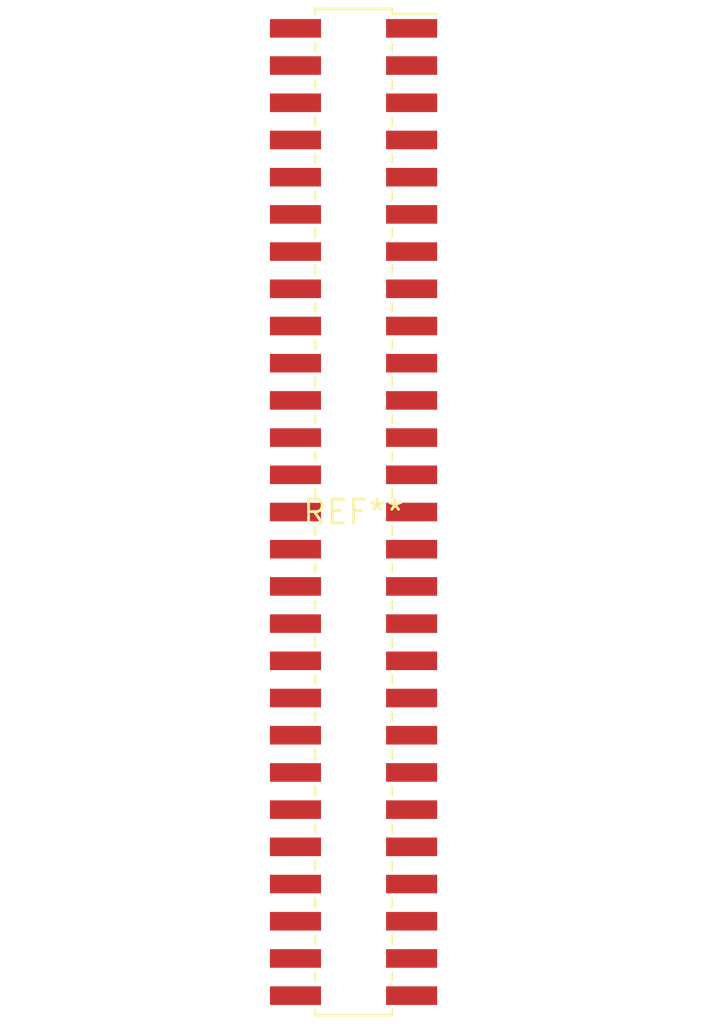
<source format=kicad_pcb>
(kicad_pcb (version 20240108) (generator pcbnew)
  (layers (0 "F.Cu" signal) (31 "B.Cu" signal) (34 "B.Paste" user) (35 "F.Paste" user) (36 "B.SilkS" user "B.Silkscreen") (37 "F.SilkS" user "F.Silkscreen") (38 "B.Mask" user) (39 "F.Mask" user) (44 "Edge.Cuts" user))
  (net 0 "")
  (footprint "PinSocket_2x27_P2.00mm_Vertical_SMD" (layer "F.Cu") (at 0 0)
    (property "Reference" "REF**")
    (property "Value" "PinSocket_2x27_P2.00mm_Vertical_SMD")
    (fp_line (start -2.06 -27.06) (end -2.06 -26.76) (layer "F.SilkS") (stroke (width 0.12)))
    (fp_line (start -2.06 -27.06) (end 2.06 -27.06) (layer "F.SilkS") (stroke (width 0.12)))
    (fp_line (start -2.06 -25.24) (end -2.06 -24.76) (layer "F.SilkS") (stroke (width 0.12)))
    (fp_line (start -2.06 -23.24) (end -2.06 -22.76) (layer "F.SilkS") (stroke (width 0.12)))
    (fp_line (start -2.06 -21.24) (end -2.06 -20.76) (layer "F.SilkS") (stroke (width 0.12)))
    (fp_line (start -2.06 -19.24) (end -2.06 -18.76) (layer "F.SilkS") (stroke (width 0.12)))
    (fp_line (start -2.06 -17.24) (end -2.06 -16.76) (layer "F.SilkS") (stroke (width 0.12)))
    (fp_line (start -2.06 -15.24) (end -2.06 -14.76) (layer "F.SilkS") (stroke (width 0.12)))
    (fp_line (start -2.06 -13.24) (end -2.06 -12.76) (layer "F.SilkS") (stroke (width 0.12)))
    (fp_line (start -2.06 -11.24) (end -2.06 -10.76) (layer "F.SilkS") (stroke (width 0.12)))
    (fp_line (start -2.06 -9.24) (end -2.06 -8.76) (layer "F.SilkS") (stroke (width 0.12)))
    (fp_line (start -2.06 -7.24) (end -2.06 -6.76) (layer "F.SilkS") (stroke (width 0.12)))
    (fp_line (start -2.06 -5.24) (end -2.06 -4.76) (layer "F.SilkS") (stroke (width 0.12)))
    (fp_line (start -2.06 -3.24) (end -2.06 -2.76) (layer "F.SilkS") (stroke (width 0.12)))
    (fp_line (start -2.06 -1.24) (end -2.06 -0.76) (layer "F.SilkS") (stroke (width 0.12)))
    (fp_line (start -2.06 0.76) (end -2.06 1.24) (layer "F.SilkS") (stroke (width 0.12)))
    (fp_line (start -2.06 2.76) (end -2.06 3.24) (layer "F.SilkS") (stroke (width 0.12)))
    (fp_line (start -2.06 4.76) (end -2.06 5.24) (layer "F.SilkS") (stroke (width 0.12)))
    (fp_line (start -2.06 6.76) (end -2.06 7.24) (layer "F.SilkS") (stroke (width 0.12)))
    (fp_line (start -2.06 8.76) (end -2.06 9.24) (layer "F.SilkS") (stroke (width 0.12)))
    (fp_line (start -2.06 10.76) (end -2.06 11.24) (layer "F.SilkS") (stroke (width 0.12)))
    (fp_line (start -2.06 12.76) (end -2.06 13.24) (layer "F.SilkS") (stroke (width 0.12)))
    (fp_line (start -2.06 14.76) (end -2.06 15.24) (layer "F.SilkS") (stroke (width 0.12)))
    (fp_line (start -2.06 16.76) (end -2.06 17.24) (layer "F.SilkS") (stroke (width 0.12)))
    (fp_line (start -2.06 18.76) (end -2.06 19.24) (layer "F.SilkS") (stroke (width 0.12)))
    (fp_line (start -2.06 20.76) (end -2.06 21.24) (layer "F.SilkS") (stroke (width 0.12)))
    (fp_line (start -2.06 22.76) (end -2.06 23.24) (layer "F.SilkS") (stroke (width 0.12)))
    (fp_line (start -2.06 24.76) (end -2.06 25.24) (layer "F.SilkS") (stroke (width 0.12)))
    (fp_line (start -2.06 26.76) (end -2.06 27.06) (layer "F.SilkS") (stroke (width 0.12)))
    (fp_line (start -2.06 27.06) (end 2.06 27.06) (layer "F.SilkS") (stroke (width 0.12)))
    (fp_line (start 2.06 -27.06) (end 2.06 -26.76) (layer "F.SilkS") (stroke (width 0.12)))
    (fp_line (start 2.06 -26.76) (end 4.44 -26.76) (layer "F.SilkS") (stroke (width 0.12)))
    (fp_line (start 2.06 -25.24) (end 2.06 -24.76) (layer "F.SilkS") (stroke (width 0.12)))
    (fp_line (start 2.06 -23.24) (end 2.06 -22.76) (layer "F.SilkS") (stroke (width 0.12)))
    (fp_line (start 2.06 -21.24) (end 2.06 -20.76) (layer "F.SilkS") (stroke (width 0.12)))
    (fp_line (start 2.06 -19.24) (end 2.06 -18.76) (layer "F.SilkS") (stroke (width 0.12)))
    (fp_line (start 2.06 -17.24) (end 2.06 -16.76) (layer "F.SilkS") (stroke (width 0.12)))
    (fp_line (start 2.06 -15.24) (end 2.06 -14.76) (layer "F.SilkS") (stroke (width 0.12)))
    (fp_line (start 2.06 -13.24) (end 2.06 -12.76) (layer "F.SilkS") (stroke (width 0.12)))
    (fp_line (start 2.06 -11.24) (end 2.06 -10.76) (layer "F.SilkS") (stroke (width 0.12)))
    (fp_line (start 2.06 -9.24) (end 2.06 -8.76) (layer "F.SilkS") (stroke (width 0.12)))
    (fp_line (start 2.06 -7.24) (end 2.06 -6.76) (layer "F.SilkS") (stroke (width 0.12)))
    (fp_line (start 2.06 -5.24) (end 2.06 -4.76) (layer "F.SilkS") (stroke (width 0.12)))
    (fp_line (start 2.06 -3.24) (end 2.06 -2.76) (layer "F.SilkS") (stroke (width 0.12)))
    (fp_line (start 2.06 -1.24) (end 2.06 -0.76) (layer "F.SilkS") (stroke (width 0.12)))
    (fp_line (start 2.06 0.76) (end 2.06 1.24) (layer "F.SilkS") (stroke (width 0.12)))
    (fp_line (start 2.06 2.76) (end 2.06 3.24) (layer "F.SilkS") (stroke (width 0.12)))
    (fp_line (start 2.06 4.76) (end 2.06 5.24) (layer "F.SilkS") (stroke (width 0.12)))
    (fp_line (start 2.06 6.76) (end 2.06 7.24) (layer "F.SilkS") (stroke (width 0.12)))
    (fp_line (start 2.06 8.76) (end 2.06 9.24) (layer "F.SilkS") (stroke (width 0.12)))
    (fp_line (start 2.06 10.76) (end 2.06 11.24) (layer "F.SilkS") (stroke (width 0.12)))
    (fp_line (start 2.06 12.76) (end 2.06 13.24) (layer "F.SilkS") (stroke (width 0.12)))
    (fp_line (start 2.06 14.76) (end 2.06 15.24) (layer "F.SilkS") (stroke (width 0.12)))
    (fp_line (start 2.06 16.76) (end 2.06 17.24) (layer "F.SilkS") (stroke (width 0.12)))
    (fp_line (start 2.06 18.76) (end 2.06 19.24) (layer "F.SilkS") (stroke (width 0.12)))
    (fp_line (start 2.06 20.76) (end 2.06 21.24) (layer "F.SilkS") (stroke (width 0.12)))
    (fp_line (start 2.06 22.76) (end 2.06 23.24) (layer "F.SilkS") (stroke (width 0.12)))
    (fp_line (start 2.06 24.76) (end 2.06 25.24) (layer "F.SilkS") (stroke (width 0.12)))
    (fp_line (start 2.06 26.76) (end 2.06 27.06) (layer "F.SilkS") (stroke (width 0.12)))
    (pad "1" smd rect (at 3.125 -26) (size 2.75 1) (layers "F.Cu" "F.Paste" "F.Mask"))
    (pad "2" smd rect (at -3.125 -26) (size 2.75 1) (layers "F.Cu" "F.Paste" "F.Mask"))
    (pad "3" smd rect (at 3.125 -24) (size 2.75 1) (layers "F.Cu" "F.Paste" "F.Mask"))
    (pad "4" smd rect (at -3.125 -24) (size 2.75 1) (layers "F.Cu" "F.Paste" "F.Mask"))
    (pad "5" smd rect (at 3.125 -22) (size 2.75 1) (layers "F.Cu" "F.Paste" "F.Mask"))
    (pad "6" smd rect (at -3.125 -22) (size 2.75 1) (layers "F.Cu" "F.Paste" "F.Mask"))
    (pad "7" smd rect (at 3.125 -20) (size 2.75 1) (layers "F.Cu" "F.Paste" "F.Mask"))
    (pad "8" smd rect (at -3.125 -20) (size 2.75 1) (layers "F.Cu" "F.Paste" "F.Mask"))
    (pad "9" smd rect (at 3.125 -18) (size 2.75 1) (layers "F.Cu" "F.Paste" "F.Mask"))
    (pad "10" smd rect (at -3.125 -18) (size 2.75 1) (layers "F.Cu" "F.Paste" "F.Mask"))
    (pad "11" smd rect (at 3.125 -16) (size 2.75 1) (layers "F.Cu" "F.Paste" "F.Mask"))
    (pad "12" smd rect (at -3.125 -16) (size 2.75 1) (layers "F.Cu" "F.Paste" "F.Mask"))
    (pad "13" smd rect (at 3.125 -14) (size 2.75 1) (layers "F.Cu" "F.Paste" "F.Mask"))
    (pad "14" smd rect (at -3.125 -14) (size 2.75 1) (layers "F.Cu" "F.Paste" "F.Mask"))
    (pad "15" smd rect (at 3.125 -12) (size 2.75 1) (layers "F.Cu" "F.Paste" "F.Mask"))
    (pad "16" smd rect (at -3.125 -12) (size 2.75 1) (layers "F.Cu" "F.Paste" "F.Mask"))
    (pad "17" smd rect (at 3.125 -10) (size 2.75 1) (layers "F.Cu" "F.Paste" "F.Mask"))
    (pad "18" smd rect (at -3.125 -10) (size 2.75 1) (layers "F.Cu" "F.Paste" "F.Mask"))
    (pad "19" smd rect (at 3.125 -8) (size 2.75 1) (layers "F.Cu" "F.Paste" "F.Mask"))
    (pad "20" smd rect (at -3.125 -8) (size 2.75 1) (layers "F.Cu" "F.Paste" "F.Mask"))
    (pad "21" smd rect (at 3.125 -6) (size 2.75 1) (layers "F.Cu" "F.Paste" "F.Mask"))
    (pad "22" smd rect (at -3.125 -6) (size 2.75 1) (layers "F.Cu" "F.Paste" "F.Mask"))
    (pad "23" smd rect (at 3.125 -4) (size 2.75 1) (layers "F.Cu" "F.Paste" "F.Mask"))
    (pad "24" smd rect (at -3.125 -4) (size 2.75 1) (layers "F.Cu" "F.Paste" "F.Mask"))
    (pad "25" smd rect (at 3.125 -2) (size 2.75 1) (layers "F.Cu" "F.Paste" "F.Mask"))
    (pad "26" smd rect (at -3.125 -2) (size 2.75 1) (layers "F.Cu" "F.Paste" "F.Mask"))
    (pad "27" smd rect (at 3.125 0) (size 2.75 1) (layers "F.Cu" "F.Paste" "F.Mask"))
    (pad "28" smd rect (at -3.125 0) (size 2.75 1) (layers "F.Cu" "F.Paste" "F.Mask"))
    (pad "29" smd rect (at 3.125 2) (size 2.75 1) (layers "F.Cu" "F.Paste" "F.Mask"))
    (pad "30" smd rect (at -3.125 2) (size 2.75 1) (layers "F.Cu" "F.Paste" "F.Mask"))
    (pad "31" smd rect (at 3.125 4) (size 2.75 1) (layers "F.Cu" "F.Paste" "F.Mask"))
    (pad "32" smd rect (at -3.125 4) (size 2.75 1) (layers "F.Cu" "F.Paste" "F.Mask"))
    (pad "33" smd rect (at 3.125 6) (size 2.75 1) (layers "F.Cu" "F.Paste" "F.Mask"))
    (pad "34" smd rect (at -3.125 6) (size 2.75 1) (layers "F.Cu" "F.Paste" "F.Mask"))
    (pad "35" smd rect (at 3.125 8) (size 2.75 1) (layers "F.Cu" "F.Paste" "F.Mask"))
    (pad "36" smd rect (at -3.125 8) (size 2.75 1) (layers "F.Cu" "F.Paste" "F.Mask"))
    (pad "37" smd rect (at 3.125 10) (size 2.75 1) (layers "F.Cu" "F.Paste" "F.Mask"))
    (pad "38" smd rect (at -3.125 10) (size 2.75 1) (layers "F.Cu" "F.Paste" "F.Mask"))
    (pad "39" smd rect (at 3.125 12) (size 2.75 1) (layers "F.Cu" "F.Paste" "F.Mask"))
    (pad "40" smd rect (at -3.125 12) (size 2.75 1) (layers "F.Cu" "F.Paste" "F.Mask"))
    (pad "41" smd rect (at 3.125 14) (size 2.75 1) (layers "F.Cu" "F.Paste" "F.Mask"))
    (pad "42" smd rect (at -3.125 14) (size 2.75 1) (layers "F.Cu" "F.Paste" "F.Mask"))
    (pad "43" smd rect (at 3.125 16) (size 2.75 1) (layers "F.Cu" "F.Paste" "F.Mask"))
    (pad "44" smd rect (at -3.125 16) (size 2.75 1) (layers "F.Cu" "F.Paste" "F.Mask"))
    (pad "45" smd rect (at 3.125 18) (size 2.75 1) (layers "F.Cu" "F.Paste" "F.Mask"))
    (pad "46" smd rect (at -3.125 18) (size 2.75 1) (layers "F.Cu" "F.Paste" "F.Mask"))
    (pad "47" smd rect (at 3.125 20) (size 2.75 1) (layers "F.Cu" "F.Paste" "F.Mask"))
    (pad "48" smd rect (at -3.125 20) (size 2.75 1) (layers "F.Cu" "F.Paste" "F.Mask"))
    (pad "49" smd rect (at 3.125 22) (size 2.75 1) (layers "F.Cu" "F.Paste" "F.Mask"))
    (pad "50" smd rect (at -3.125 22) (size 2.75 1) (layers "F.Cu" "F.Paste" "F.Mask"))
    (pad "51" smd rect (at 3.125 24) (size 2.75 1) (layers "F.Cu" "F.Paste" "F.Mask"))
    (pad "52" smd rect (at -3.125 24) (size 2.75 1) (layers "F.Cu" "F.Paste" "F.Mask"))
    (pad "53" smd rect (at 3.125 26) (size 2.75 1) (layers "F.Cu" "F.Paste" "F.Mask"))
    (pad "54" smd rect (at -3.125 26) (size 2.75 1) (layers "F.Cu" "F.Paste" "F.Mask"))
  )
)
</source>
